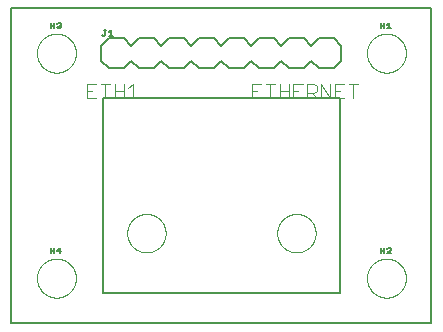
<source format=gto>
G75*
%MOIN*%
%OFA0B0*%
%FSLAX25Y25*%
%IPPOS*%
%LPD*%
%AMOC8*
5,1,8,0,0,1.08239X$1,22.5*
%
%ADD10C,0.00600*%
%ADD11C,0.00000*%
%ADD12C,0.00500*%
%ADD13C,0.00400*%
%ADD14C,0.00800*%
D10*
X0001300Y0001300D02*
X0001300Y0106300D01*
X0141300Y0106300D01*
X0141300Y0001300D01*
X0001300Y0001300D01*
D11*
X0009800Y0016300D02*
X0009802Y0016461D01*
X0009808Y0016621D01*
X0009818Y0016782D01*
X0009832Y0016942D01*
X0009850Y0017102D01*
X0009871Y0017261D01*
X0009897Y0017420D01*
X0009927Y0017578D01*
X0009960Y0017735D01*
X0009998Y0017892D01*
X0010039Y0018047D01*
X0010084Y0018201D01*
X0010133Y0018354D01*
X0010186Y0018506D01*
X0010242Y0018657D01*
X0010303Y0018806D01*
X0010366Y0018954D01*
X0010434Y0019100D01*
X0010505Y0019244D01*
X0010579Y0019386D01*
X0010657Y0019527D01*
X0010739Y0019665D01*
X0010824Y0019802D01*
X0010912Y0019936D01*
X0011004Y0020068D01*
X0011099Y0020198D01*
X0011197Y0020326D01*
X0011298Y0020451D01*
X0011402Y0020573D01*
X0011509Y0020693D01*
X0011619Y0020810D01*
X0011732Y0020925D01*
X0011848Y0021036D01*
X0011967Y0021145D01*
X0012088Y0021250D01*
X0012212Y0021353D01*
X0012338Y0021453D01*
X0012466Y0021549D01*
X0012597Y0021642D01*
X0012731Y0021732D01*
X0012866Y0021819D01*
X0013004Y0021902D01*
X0013143Y0021982D01*
X0013285Y0022058D01*
X0013428Y0022131D01*
X0013573Y0022200D01*
X0013720Y0022266D01*
X0013868Y0022328D01*
X0014018Y0022386D01*
X0014169Y0022441D01*
X0014322Y0022492D01*
X0014476Y0022539D01*
X0014631Y0022582D01*
X0014787Y0022621D01*
X0014943Y0022657D01*
X0015101Y0022688D01*
X0015259Y0022716D01*
X0015418Y0022740D01*
X0015578Y0022760D01*
X0015738Y0022776D01*
X0015898Y0022788D01*
X0016059Y0022796D01*
X0016220Y0022800D01*
X0016380Y0022800D01*
X0016541Y0022796D01*
X0016702Y0022788D01*
X0016862Y0022776D01*
X0017022Y0022760D01*
X0017182Y0022740D01*
X0017341Y0022716D01*
X0017499Y0022688D01*
X0017657Y0022657D01*
X0017813Y0022621D01*
X0017969Y0022582D01*
X0018124Y0022539D01*
X0018278Y0022492D01*
X0018431Y0022441D01*
X0018582Y0022386D01*
X0018732Y0022328D01*
X0018880Y0022266D01*
X0019027Y0022200D01*
X0019172Y0022131D01*
X0019315Y0022058D01*
X0019457Y0021982D01*
X0019596Y0021902D01*
X0019734Y0021819D01*
X0019869Y0021732D01*
X0020003Y0021642D01*
X0020134Y0021549D01*
X0020262Y0021453D01*
X0020388Y0021353D01*
X0020512Y0021250D01*
X0020633Y0021145D01*
X0020752Y0021036D01*
X0020868Y0020925D01*
X0020981Y0020810D01*
X0021091Y0020693D01*
X0021198Y0020573D01*
X0021302Y0020451D01*
X0021403Y0020326D01*
X0021501Y0020198D01*
X0021596Y0020068D01*
X0021688Y0019936D01*
X0021776Y0019802D01*
X0021861Y0019665D01*
X0021943Y0019527D01*
X0022021Y0019386D01*
X0022095Y0019244D01*
X0022166Y0019100D01*
X0022234Y0018954D01*
X0022297Y0018806D01*
X0022358Y0018657D01*
X0022414Y0018506D01*
X0022467Y0018354D01*
X0022516Y0018201D01*
X0022561Y0018047D01*
X0022602Y0017892D01*
X0022640Y0017735D01*
X0022673Y0017578D01*
X0022703Y0017420D01*
X0022729Y0017261D01*
X0022750Y0017102D01*
X0022768Y0016942D01*
X0022782Y0016782D01*
X0022792Y0016621D01*
X0022798Y0016461D01*
X0022800Y0016300D01*
X0022798Y0016139D01*
X0022792Y0015979D01*
X0022782Y0015818D01*
X0022768Y0015658D01*
X0022750Y0015498D01*
X0022729Y0015339D01*
X0022703Y0015180D01*
X0022673Y0015022D01*
X0022640Y0014865D01*
X0022602Y0014708D01*
X0022561Y0014553D01*
X0022516Y0014399D01*
X0022467Y0014246D01*
X0022414Y0014094D01*
X0022358Y0013943D01*
X0022297Y0013794D01*
X0022234Y0013646D01*
X0022166Y0013500D01*
X0022095Y0013356D01*
X0022021Y0013214D01*
X0021943Y0013073D01*
X0021861Y0012935D01*
X0021776Y0012798D01*
X0021688Y0012664D01*
X0021596Y0012532D01*
X0021501Y0012402D01*
X0021403Y0012274D01*
X0021302Y0012149D01*
X0021198Y0012027D01*
X0021091Y0011907D01*
X0020981Y0011790D01*
X0020868Y0011675D01*
X0020752Y0011564D01*
X0020633Y0011455D01*
X0020512Y0011350D01*
X0020388Y0011247D01*
X0020262Y0011147D01*
X0020134Y0011051D01*
X0020003Y0010958D01*
X0019869Y0010868D01*
X0019734Y0010781D01*
X0019596Y0010698D01*
X0019457Y0010618D01*
X0019315Y0010542D01*
X0019172Y0010469D01*
X0019027Y0010400D01*
X0018880Y0010334D01*
X0018732Y0010272D01*
X0018582Y0010214D01*
X0018431Y0010159D01*
X0018278Y0010108D01*
X0018124Y0010061D01*
X0017969Y0010018D01*
X0017813Y0009979D01*
X0017657Y0009943D01*
X0017499Y0009912D01*
X0017341Y0009884D01*
X0017182Y0009860D01*
X0017022Y0009840D01*
X0016862Y0009824D01*
X0016702Y0009812D01*
X0016541Y0009804D01*
X0016380Y0009800D01*
X0016220Y0009800D01*
X0016059Y0009804D01*
X0015898Y0009812D01*
X0015738Y0009824D01*
X0015578Y0009840D01*
X0015418Y0009860D01*
X0015259Y0009884D01*
X0015101Y0009912D01*
X0014943Y0009943D01*
X0014787Y0009979D01*
X0014631Y0010018D01*
X0014476Y0010061D01*
X0014322Y0010108D01*
X0014169Y0010159D01*
X0014018Y0010214D01*
X0013868Y0010272D01*
X0013720Y0010334D01*
X0013573Y0010400D01*
X0013428Y0010469D01*
X0013285Y0010542D01*
X0013143Y0010618D01*
X0013004Y0010698D01*
X0012866Y0010781D01*
X0012731Y0010868D01*
X0012597Y0010958D01*
X0012466Y0011051D01*
X0012338Y0011147D01*
X0012212Y0011247D01*
X0012088Y0011350D01*
X0011967Y0011455D01*
X0011848Y0011564D01*
X0011732Y0011675D01*
X0011619Y0011790D01*
X0011509Y0011907D01*
X0011402Y0012027D01*
X0011298Y0012149D01*
X0011197Y0012274D01*
X0011099Y0012402D01*
X0011004Y0012532D01*
X0010912Y0012664D01*
X0010824Y0012798D01*
X0010739Y0012935D01*
X0010657Y0013073D01*
X0010579Y0013214D01*
X0010505Y0013356D01*
X0010434Y0013500D01*
X0010366Y0013646D01*
X0010303Y0013794D01*
X0010242Y0013943D01*
X0010186Y0014094D01*
X0010133Y0014246D01*
X0010084Y0014399D01*
X0010039Y0014553D01*
X0009998Y0014708D01*
X0009960Y0014865D01*
X0009927Y0015022D01*
X0009897Y0015180D01*
X0009871Y0015339D01*
X0009850Y0015498D01*
X0009832Y0015658D01*
X0009818Y0015818D01*
X0009808Y0015979D01*
X0009802Y0016139D01*
X0009800Y0016300D01*
X0039902Y0031300D02*
X0039904Y0031460D01*
X0039910Y0031619D01*
X0039920Y0031778D01*
X0039934Y0031937D01*
X0039952Y0032096D01*
X0039973Y0032254D01*
X0039999Y0032411D01*
X0040029Y0032568D01*
X0040062Y0032724D01*
X0040100Y0032879D01*
X0040141Y0033033D01*
X0040186Y0033186D01*
X0040235Y0033338D01*
X0040288Y0033488D01*
X0040344Y0033637D01*
X0040404Y0033785D01*
X0040468Y0033931D01*
X0040536Y0034076D01*
X0040607Y0034219D01*
X0040681Y0034360D01*
X0040759Y0034499D01*
X0040841Y0034636D01*
X0040926Y0034771D01*
X0041014Y0034904D01*
X0041105Y0035035D01*
X0041200Y0035163D01*
X0041298Y0035289D01*
X0041399Y0035413D01*
X0041503Y0035533D01*
X0041610Y0035652D01*
X0041720Y0035767D01*
X0041833Y0035880D01*
X0041948Y0035990D01*
X0042067Y0036097D01*
X0042187Y0036201D01*
X0042311Y0036302D01*
X0042437Y0036400D01*
X0042565Y0036495D01*
X0042696Y0036586D01*
X0042829Y0036674D01*
X0042964Y0036759D01*
X0043101Y0036841D01*
X0043240Y0036919D01*
X0043381Y0036993D01*
X0043524Y0037064D01*
X0043669Y0037132D01*
X0043815Y0037196D01*
X0043963Y0037256D01*
X0044112Y0037312D01*
X0044262Y0037365D01*
X0044414Y0037414D01*
X0044567Y0037459D01*
X0044721Y0037500D01*
X0044876Y0037538D01*
X0045032Y0037571D01*
X0045189Y0037601D01*
X0045346Y0037627D01*
X0045504Y0037648D01*
X0045663Y0037666D01*
X0045822Y0037680D01*
X0045981Y0037690D01*
X0046140Y0037696D01*
X0046300Y0037698D01*
X0046460Y0037696D01*
X0046619Y0037690D01*
X0046778Y0037680D01*
X0046937Y0037666D01*
X0047096Y0037648D01*
X0047254Y0037627D01*
X0047411Y0037601D01*
X0047568Y0037571D01*
X0047724Y0037538D01*
X0047879Y0037500D01*
X0048033Y0037459D01*
X0048186Y0037414D01*
X0048338Y0037365D01*
X0048488Y0037312D01*
X0048637Y0037256D01*
X0048785Y0037196D01*
X0048931Y0037132D01*
X0049076Y0037064D01*
X0049219Y0036993D01*
X0049360Y0036919D01*
X0049499Y0036841D01*
X0049636Y0036759D01*
X0049771Y0036674D01*
X0049904Y0036586D01*
X0050035Y0036495D01*
X0050163Y0036400D01*
X0050289Y0036302D01*
X0050413Y0036201D01*
X0050533Y0036097D01*
X0050652Y0035990D01*
X0050767Y0035880D01*
X0050880Y0035767D01*
X0050990Y0035652D01*
X0051097Y0035533D01*
X0051201Y0035413D01*
X0051302Y0035289D01*
X0051400Y0035163D01*
X0051495Y0035035D01*
X0051586Y0034904D01*
X0051674Y0034771D01*
X0051759Y0034636D01*
X0051841Y0034499D01*
X0051919Y0034360D01*
X0051993Y0034219D01*
X0052064Y0034076D01*
X0052132Y0033931D01*
X0052196Y0033785D01*
X0052256Y0033637D01*
X0052312Y0033488D01*
X0052365Y0033338D01*
X0052414Y0033186D01*
X0052459Y0033033D01*
X0052500Y0032879D01*
X0052538Y0032724D01*
X0052571Y0032568D01*
X0052601Y0032411D01*
X0052627Y0032254D01*
X0052648Y0032096D01*
X0052666Y0031937D01*
X0052680Y0031778D01*
X0052690Y0031619D01*
X0052696Y0031460D01*
X0052698Y0031300D01*
X0052696Y0031140D01*
X0052690Y0030981D01*
X0052680Y0030822D01*
X0052666Y0030663D01*
X0052648Y0030504D01*
X0052627Y0030346D01*
X0052601Y0030189D01*
X0052571Y0030032D01*
X0052538Y0029876D01*
X0052500Y0029721D01*
X0052459Y0029567D01*
X0052414Y0029414D01*
X0052365Y0029262D01*
X0052312Y0029112D01*
X0052256Y0028963D01*
X0052196Y0028815D01*
X0052132Y0028669D01*
X0052064Y0028524D01*
X0051993Y0028381D01*
X0051919Y0028240D01*
X0051841Y0028101D01*
X0051759Y0027964D01*
X0051674Y0027829D01*
X0051586Y0027696D01*
X0051495Y0027565D01*
X0051400Y0027437D01*
X0051302Y0027311D01*
X0051201Y0027187D01*
X0051097Y0027067D01*
X0050990Y0026948D01*
X0050880Y0026833D01*
X0050767Y0026720D01*
X0050652Y0026610D01*
X0050533Y0026503D01*
X0050413Y0026399D01*
X0050289Y0026298D01*
X0050163Y0026200D01*
X0050035Y0026105D01*
X0049904Y0026014D01*
X0049771Y0025926D01*
X0049636Y0025841D01*
X0049499Y0025759D01*
X0049360Y0025681D01*
X0049219Y0025607D01*
X0049076Y0025536D01*
X0048931Y0025468D01*
X0048785Y0025404D01*
X0048637Y0025344D01*
X0048488Y0025288D01*
X0048338Y0025235D01*
X0048186Y0025186D01*
X0048033Y0025141D01*
X0047879Y0025100D01*
X0047724Y0025062D01*
X0047568Y0025029D01*
X0047411Y0024999D01*
X0047254Y0024973D01*
X0047096Y0024952D01*
X0046937Y0024934D01*
X0046778Y0024920D01*
X0046619Y0024910D01*
X0046460Y0024904D01*
X0046300Y0024902D01*
X0046140Y0024904D01*
X0045981Y0024910D01*
X0045822Y0024920D01*
X0045663Y0024934D01*
X0045504Y0024952D01*
X0045346Y0024973D01*
X0045189Y0024999D01*
X0045032Y0025029D01*
X0044876Y0025062D01*
X0044721Y0025100D01*
X0044567Y0025141D01*
X0044414Y0025186D01*
X0044262Y0025235D01*
X0044112Y0025288D01*
X0043963Y0025344D01*
X0043815Y0025404D01*
X0043669Y0025468D01*
X0043524Y0025536D01*
X0043381Y0025607D01*
X0043240Y0025681D01*
X0043101Y0025759D01*
X0042964Y0025841D01*
X0042829Y0025926D01*
X0042696Y0026014D01*
X0042565Y0026105D01*
X0042437Y0026200D01*
X0042311Y0026298D01*
X0042187Y0026399D01*
X0042067Y0026503D01*
X0041948Y0026610D01*
X0041833Y0026720D01*
X0041720Y0026833D01*
X0041610Y0026948D01*
X0041503Y0027067D01*
X0041399Y0027187D01*
X0041298Y0027311D01*
X0041200Y0027437D01*
X0041105Y0027565D01*
X0041014Y0027696D01*
X0040926Y0027829D01*
X0040841Y0027964D01*
X0040759Y0028101D01*
X0040681Y0028240D01*
X0040607Y0028381D01*
X0040536Y0028524D01*
X0040468Y0028669D01*
X0040404Y0028815D01*
X0040344Y0028963D01*
X0040288Y0029112D01*
X0040235Y0029262D01*
X0040186Y0029414D01*
X0040141Y0029567D01*
X0040100Y0029721D01*
X0040062Y0029876D01*
X0040029Y0030032D01*
X0039999Y0030189D01*
X0039973Y0030346D01*
X0039952Y0030504D01*
X0039934Y0030663D01*
X0039920Y0030822D01*
X0039910Y0030981D01*
X0039904Y0031140D01*
X0039902Y0031300D01*
X0089902Y0031300D02*
X0089904Y0031460D01*
X0089910Y0031619D01*
X0089920Y0031778D01*
X0089934Y0031937D01*
X0089952Y0032096D01*
X0089973Y0032254D01*
X0089999Y0032411D01*
X0090029Y0032568D01*
X0090062Y0032724D01*
X0090100Y0032879D01*
X0090141Y0033033D01*
X0090186Y0033186D01*
X0090235Y0033338D01*
X0090288Y0033488D01*
X0090344Y0033637D01*
X0090404Y0033785D01*
X0090468Y0033931D01*
X0090536Y0034076D01*
X0090607Y0034219D01*
X0090681Y0034360D01*
X0090759Y0034499D01*
X0090841Y0034636D01*
X0090926Y0034771D01*
X0091014Y0034904D01*
X0091105Y0035035D01*
X0091200Y0035163D01*
X0091298Y0035289D01*
X0091399Y0035413D01*
X0091503Y0035533D01*
X0091610Y0035652D01*
X0091720Y0035767D01*
X0091833Y0035880D01*
X0091948Y0035990D01*
X0092067Y0036097D01*
X0092187Y0036201D01*
X0092311Y0036302D01*
X0092437Y0036400D01*
X0092565Y0036495D01*
X0092696Y0036586D01*
X0092829Y0036674D01*
X0092964Y0036759D01*
X0093101Y0036841D01*
X0093240Y0036919D01*
X0093381Y0036993D01*
X0093524Y0037064D01*
X0093669Y0037132D01*
X0093815Y0037196D01*
X0093963Y0037256D01*
X0094112Y0037312D01*
X0094262Y0037365D01*
X0094414Y0037414D01*
X0094567Y0037459D01*
X0094721Y0037500D01*
X0094876Y0037538D01*
X0095032Y0037571D01*
X0095189Y0037601D01*
X0095346Y0037627D01*
X0095504Y0037648D01*
X0095663Y0037666D01*
X0095822Y0037680D01*
X0095981Y0037690D01*
X0096140Y0037696D01*
X0096300Y0037698D01*
X0096460Y0037696D01*
X0096619Y0037690D01*
X0096778Y0037680D01*
X0096937Y0037666D01*
X0097096Y0037648D01*
X0097254Y0037627D01*
X0097411Y0037601D01*
X0097568Y0037571D01*
X0097724Y0037538D01*
X0097879Y0037500D01*
X0098033Y0037459D01*
X0098186Y0037414D01*
X0098338Y0037365D01*
X0098488Y0037312D01*
X0098637Y0037256D01*
X0098785Y0037196D01*
X0098931Y0037132D01*
X0099076Y0037064D01*
X0099219Y0036993D01*
X0099360Y0036919D01*
X0099499Y0036841D01*
X0099636Y0036759D01*
X0099771Y0036674D01*
X0099904Y0036586D01*
X0100035Y0036495D01*
X0100163Y0036400D01*
X0100289Y0036302D01*
X0100413Y0036201D01*
X0100533Y0036097D01*
X0100652Y0035990D01*
X0100767Y0035880D01*
X0100880Y0035767D01*
X0100990Y0035652D01*
X0101097Y0035533D01*
X0101201Y0035413D01*
X0101302Y0035289D01*
X0101400Y0035163D01*
X0101495Y0035035D01*
X0101586Y0034904D01*
X0101674Y0034771D01*
X0101759Y0034636D01*
X0101841Y0034499D01*
X0101919Y0034360D01*
X0101993Y0034219D01*
X0102064Y0034076D01*
X0102132Y0033931D01*
X0102196Y0033785D01*
X0102256Y0033637D01*
X0102312Y0033488D01*
X0102365Y0033338D01*
X0102414Y0033186D01*
X0102459Y0033033D01*
X0102500Y0032879D01*
X0102538Y0032724D01*
X0102571Y0032568D01*
X0102601Y0032411D01*
X0102627Y0032254D01*
X0102648Y0032096D01*
X0102666Y0031937D01*
X0102680Y0031778D01*
X0102690Y0031619D01*
X0102696Y0031460D01*
X0102698Y0031300D01*
X0102696Y0031140D01*
X0102690Y0030981D01*
X0102680Y0030822D01*
X0102666Y0030663D01*
X0102648Y0030504D01*
X0102627Y0030346D01*
X0102601Y0030189D01*
X0102571Y0030032D01*
X0102538Y0029876D01*
X0102500Y0029721D01*
X0102459Y0029567D01*
X0102414Y0029414D01*
X0102365Y0029262D01*
X0102312Y0029112D01*
X0102256Y0028963D01*
X0102196Y0028815D01*
X0102132Y0028669D01*
X0102064Y0028524D01*
X0101993Y0028381D01*
X0101919Y0028240D01*
X0101841Y0028101D01*
X0101759Y0027964D01*
X0101674Y0027829D01*
X0101586Y0027696D01*
X0101495Y0027565D01*
X0101400Y0027437D01*
X0101302Y0027311D01*
X0101201Y0027187D01*
X0101097Y0027067D01*
X0100990Y0026948D01*
X0100880Y0026833D01*
X0100767Y0026720D01*
X0100652Y0026610D01*
X0100533Y0026503D01*
X0100413Y0026399D01*
X0100289Y0026298D01*
X0100163Y0026200D01*
X0100035Y0026105D01*
X0099904Y0026014D01*
X0099771Y0025926D01*
X0099636Y0025841D01*
X0099499Y0025759D01*
X0099360Y0025681D01*
X0099219Y0025607D01*
X0099076Y0025536D01*
X0098931Y0025468D01*
X0098785Y0025404D01*
X0098637Y0025344D01*
X0098488Y0025288D01*
X0098338Y0025235D01*
X0098186Y0025186D01*
X0098033Y0025141D01*
X0097879Y0025100D01*
X0097724Y0025062D01*
X0097568Y0025029D01*
X0097411Y0024999D01*
X0097254Y0024973D01*
X0097096Y0024952D01*
X0096937Y0024934D01*
X0096778Y0024920D01*
X0096619Y0024910D01*
X0096460Y0024904D01*
X0096300Y0024902D01*
X0096140Y0024904D01*
X0095981Y0024910D01*
X0095822Y0024920D01*
X0095663Y0024934D01*
X0095504Y0024952D01*
X0095346Y0024973D01*
X0095189Y0024999D01*
X0095032Y0025029D01*
X0094876Y0025062D01*
X0094721Y0025100D01*
X0094567Y0025141D01*
X0094414Y0025186D01*
X0094262Y0025235D01*
X0094112Y0025288D01*
X0093963Y0025344D01*
X0093815Y0025404D01*
X0093669Y0025468D01*
X0093524Y0025536D01*
X0093381Y0025607D01*
X0093240Y0025681D01*
X0093101Y0025759D01*
X0092964Y0025841D01*
X0092829Y0025926D01*
X0092696Y0026014D01*
X0092565Y0026105D01*
X0092437Y0026200D01*
X0092311Y0026298D01*
X0092187Y0026399D01*
X0092067Y0026503D01*
X0091948Y0026610D01*
X0091833Y0026720D01*
X0091720Y0026833D01*
X0091610Y0026948D01*
X0091503Y0027067D01*
X0091399Y0027187D01*
X0091298Y0027311D01*
X0091200Y0027437D01*
X0091105Y0027565D01*
X0091014Y0027696D01*
X0090926Y0027829D01*
X0090841Y0027964D01*
X0090759Y0028101D01*
X0090681Y0028240D01*
X0090607Y0028381D01*
X0090536Y0028524D01*
X0090468Y0028669D01*
X0090404Y0028815D01*
X0090344Y0028963D01*
X0090288Y0029112D01*
X0090235Y0029262D01*
X0090186Y0029414D01*
X0090141Y0029567D01*
X0090100Y0029721D01*
X0090062Y0029876D01*
X0090029Y0030032D01*
X0089999Y0030189D01*
X0089973Y0030346D01*
X0089952Y0030504D01*
X0089934Y0030663D01*
X0089920Y0030822D01*
X0089910Y0030981D01*
X0089904Y0031140D01*
X0089902Y0031300D01*
X0119800Y0016300D02*
X0119802Y0016461D01*
X0119808Y0016621D01*
X0119818Y0016782D01*
X0119832Y0016942D01*
X0119850Y0017102D01*
X0119871Y0017261D01*
X0119897Y0017420D01*
X0119927Y0017578D01*
X0119960Y0017735D01*
X0119998Y0017892D01*
X0120039Y0018047D01*
X0120084Y0018201D01*
X0120133Y0018354D01*
X0120186Y0018506D01*
X0120242Y0018657D01*
X0120303Y0018806D01*
X0120366Y0018954D01*
X0120434Y0019100D01*
X0120505Y0019244D01*
X0120579Y0019386D01*
X0120657Y0019527D01*
X0120739Y0019665D01*
X0120824Y0019802D01*
X0120912Y0019936D01*
X0121004Y0020068D01*
X0121099Y0020198D01*
X0121197Y0020326D01*
X0121298Y0020451D01*
X0121402Y0020573D01*
X0121509Y0020693D01*
X0121619Y0020810D01*
X0121732Y0020925D01*
X0121848Y0021036D01*
X0121967Y0021145D01*
X0122088Y0021250D01*
X0122212Y0021353D01*
X0122338Y0021453D01*
X0122466Y0021549D01*
X0122597Y0021642D01*
X0122731Y0021732D01*
X0122866Y0021819D01*
X0123004Y0021902D01*
X0123143Y0021982D01*
X0123285Y0022058D01*
X0123428Y0022131D01*
X0123573Y0022200D01*
X0123720Y0022266D01*
X0123868Y0022328D01*
X0124018Y0022386D01*
X0124169Y0022441D01*
X0124322Y0022492D01*
X0124476Y0022539D01*
X0124631Y0022582D01*
X0124787Y0022621D01*
X0124943Y0022657D01*
X0125101Y0022688D01*
X0125259Y0022716D01*
X0125418Y0022740D01*
X0125578Y0022760D01*
X0125738Y0022776D01*
X0125898Y0022788D01*
X0126059Y0022796D01*
X0126220Y0022800D01*
X0126380Y0022800D01*
X0126541Y0022796D01*
X0126702Y0022788D01*
X0126862Y0022776D01*
X0127022Y0022760D01*
X0127182Y0022740D01*
X0127341Y0022716D01*
X0127499Y0022688D01*
X0127657Y0022657D01*
X0127813Y0022621D01*
X0127969Y0022582D01*
X0128124Y0022539D01*
X0128278Y0022492D01*
X0128431Y0022441D01*
X0128582Y0022386D01*
X0128732Y0022328D01*
X0128880Y0022266D01*
X0129027Y0022200D01*
X0129172Y0022131D01*
X0129315Y0022058D01*
X0129457Y0021982D01*
X0129596Y0021902D01*
X0129734Y0021819D01*
X0129869Y0021732D01*
X0130003Y0021642D01*
X0130134Y0021549D01*
X0130262Y0021453D01*
X0130388Y0021353D01*
X0130512Y0021250D01*
X0130633Y0021145D01*
X0130752Y0021036D01*
X0130868Y0020925D01*
X0130981Y0020810D01*
X0131091Y0020693D01*
X0131198Y0020573D01*
X0131302Y0020451D01*
X0131403Y0020326D01*
X0131501Y0020198D01*
X0131596Y0020068D01*
X0131688Y0019936D01*
X0131776Y0019802D01*
X0131861Y0019665D01*
X0131943Y0019527D01*
X0132021Y0019386D01*
X0132095Y0019244D01*
X0132166Y0019100D01*
X0132234Y0018954D01*
X0132297Y0018806D01*
X0132358Y0018657D01*
X0132414Y0018506D01*
X0132467Y0018354D01*
X0132516Y0018201D01*
X0132561Y0018047D01*
X0132602Y0017892D01*
X0132640Y0017735D01*
X0132673Y0017578D01*
X0132703Y0017420D01*
X0132729Y0017261D01*
X0132750Y0017102D01*
X0132768Y0016942D01*
X0132782Y0016782D01*
X0132792Y0016621D01*
X0132798Y0016461D01*
X0132800Y0016300D01*
X0132798Y0016139D01*
X0132792Y0015979D01*
X0132782Y0015818D01*
X0132768Y0015658D01*
X0132750Y0015498D01*
X0132729Y0015339D01*
X0132703Y0015180D01*
X0132673Y0015022D01*
X0132640Y0014865D01*
X0132602Y0014708D01*
X0132561Y0014553D01*
X0132516Y0014399D01*
X0132467Y0014246D01*
X0132414Y0014094D01*
X0132358Y0013943D01*
X0132297Y0013794D01*
X0132234Y0013646D01*
X0132166Y0013500D01*
X0132095Y0013356D01*
X0132021Y0013214D01*
X0131943Y0013073D01*
X0131861Y0012935D01*
X0131776Y0012798D01*
X0131688Y0012664D01*
X0131596Y0012532D01*
X0131501Y0012402D01*
X0131403Y0012274D01*
X0131302Y0012149D01*
X0131198Y0012027D01*
X0131091Y0011907D01*
X0130981Y0011790D01*
X0130868Y0011675D01*
X0130752Y0011564D01*
X0130633Y0011455D01*
X0130512Y0011350D01*
X0130388Y0011247D01*
X0130262Y0011147D01*
X0130134Y0011051D01*
X0130003Y0010958D01*
X0129869Y0010868D01*
X0129734Y0010781D01*
X0129596Y0010698D01*
X0129457Y0010618D01*
X0129315Y0010542D01*
X0129172Y0010469D01*
X0129027Y0010400D01*
X0128880Y0010334D01*
X0128732Y0010272D01*
X0128582Y0010214D01*
X0128431Y0010159D01*
X0128278Y0010108D01*
X0128124Y0010061D01*
X0127969Y0010018D01*
X0127813Y0009979D01*
X0127657Y0009943D01*
X0127499Y0009912D01*
X0127341Y0009884D01*
X0127182Y0009860D01*
X0127022Y0009840D01*
X0126862Y0009824D01*
X0126702Y0009812D01*
X0126541Y0009804D01*
X0126380Y0009800D01*
X0126220Y0009800D01*
X0126059Y0009804D01*
X0125898Y0009812D01*
X0125738Y0009824D01*
X0125578Y0009840D01*
X0125418Y0009860D01*
X0125259Y0009884D01*
X0125101Y0009912D01*
X0124943Y0009943D01*
X0124787Y0009979D01*
X0124631Y0010018D01*
X0124476Y0010061D01*
X0124322Y0010108D01*
X0124169Y0010159D01*
X0124018Y0010214D01*
X0123868Y0010272D01*
X0123720Y0010334D01*
X0123573Y0010400D01*
X0123428Y0010469D01*
X0123285Y0010542D01*
X0123143Y0010618D01*
X0123004Y0010698D01*
X0122866Y0010781D01*
X0122731Y0010868D01*
X0122597Y0010958D01*
X0122466Y0011051D01*
X0122338Y0011147D01*
X0122212Y0011247D01*
X0122088Y0011350D01*
X0121967Y0011455D01*
X0121848Y0011564D01*
X0121732Y0011675D01*
X0121619Y0011790D01*
X0121509Y0011907D01*
X0121402Y0012027D01*
X0121298Y0012149D01*
X0121197Y0012274D01*
X0121099Y0012402D01*
X0121004Y0012532D01*
X0120912Y0012664D01*
X0120824Y0012798D01*
X0120739Y0012935D01*
X0120657Y0013073D01*
X0120579Y0013214D01*
X0120505Y0013356D01*
X0120434Y0013500D01*
X0120366Y0013646D01*
X0120303Y0013794D01*
X0120242Y0013943D01*
X0120186Y0014094D01*
X0120133Y0014246D01*
X0120084Y0014399D01*
X0120039Y0014553D01*
X0119998Y0014708D01*
X0119960Y0014865D01*
X0119927Y0015022D01*
X0119897Y0015180D01*
X0119871Y0015339D01*
X0119850Y0015498D01*
X0119832Y0015658D01*
X0119818Y0015818D01*
X0119808Y0015979D01*
X0119802Y0016139D01*
X0119800Y0016300D01*
X0119800Y0091300D02*
X0119802Y0091461D01*
X0119808Y0091621D01*
X0119818Y0091782D01*
X0119832Y0091942D01*
X0119850Y0092102D01*
X0119871Y0092261D01*
X0119897Y0092420D01*
X0119927Y0092578D01*
X0119960Y0092735D01*
X0119998Y0092892D01*
X0120039Y0093047D01*
X0120084Y0093201D01*
X0120133Y0093354D01*
X0120186Y0093506D01*
X0120242Y0093657D01*
X0120303Y0093806D01*
X0120366Y0093954D01*
X0120434Y0094100D01*
X0120505Y0094244D01*
X0120579Y0094386D01*
X0120657Y0094527D01*
X0120739Y0094665D01*
X0120824Y0094802D01*
X0120912Y0094936D01*
X0121004Y0095068D01*
X0121099Y0095198D01*
X0121197Y0095326D01*
X0121298Y0095451D01*
X0121402Y0095573D01*
X0121509Y0095693D01*
X0121619Y0095810D01*
X0121732Y0095925D01*
X0121848Y0096036D01*
X0121967Y0096145D01*
X0122088Y0096250D01*
X0122212Y0096353D01*
X0122338Y0096453D01*
X0122466Y0096549D01*
X0122597Y0096642D01*
X0122731Y0096732D01*
X0122866Y0096819D01*
X0123004Y0096902D01*
X0123143Y0096982D01*
X0123285Y0097058D01*
X0123428Y0097131D01*
X0123573Y0097200D01*
X0123720Y0097266D01*
X0123868Y0097328D01*
X0124018Y0097386D01*
X0124169Y0097441D01*
X0124322Y0097492D01*
X0124476Y0097539D01*
X0124631Y0097582D01*
X0124787Y0097621D01*
X0124943Y0097657D01*
X0125101Y0097688D01*
X0125259Y0097716D01*
X0125418Y0097740D01*
X0125578Y0097760D01*
X0125738Y0097776D01*
X0125898Y0097788D01*
X0126059Y0097796D01*
X0126220Y0097800D01*
X0126380Y0097800D01*
X0126541Y0097796D01*
X0126702Y0097788D01*
X0126862Y0097776D01*
X0127022Y0097760D01*
X0127182Y0097740D01*
X0127341Y0097716D01*
X0127499Y0097688D01*
X0127657Y0097657D01*
X0127813Y0097621D01*
X0127969Y0097582D01*
X0128124Y0097539D01*
X0128278Y0097492D01*
X0128431Y0097441D01*
X0128582Y0097386D01*
X0128732Y0097328D01*
X0128880Y0097266D01*
X0129027Y0097200D01*
X0129172Y0097131D01*
X0129315Y0097058D01*
X0129457Y0096982D01*
X0129596Y0096902D01*
X0129734Y0096819D01*
X0129869Y0096732D01*
X0130003Y0096642D01*
X0130134Y0096549D01*
X0130262Y0096453D01*
X0130388Y0096353D01*
X0130512Y0096250D01*
X0130633Y0096145D01*
X0130752Y0096036D01*
X0130868Y0095925D01*
X0130981Y0095810D01*
X0131091Y0095693D01*
X0131198Y0095573D01*
X0131302Y0095451D01*
X0131403Y0095326D01*
X0131501Y0095198D01*
X0131596Y0095068D01*
X0131688Y0094936D01*
X0131776Y0094802D01*
X0131861Y0094665D01*
X0131943Y0094527D01*
X0132021Y0094386D01*
X0132095Y0094244D01*
X0132166Y0094100D01*
X0132234Y0093954D01*
X0132297Y0093806D01*
X0132358Y0093657D01*
X0132414Y0093506D01*
X0132467Y0093354D01*
X0132516Y0093201D01*
X0132561Y0093047D01*
X0132602Y0092892D01*
X0132640Y0092735D01*
X0132673Y0092578D01*
X0132703Y0092420D01*
X0132729Y0092261D01*
X0132750Y0092102D01*
X0132768Y0091942D01*
X0132782Y0091782D01*
X0132792Y0091621D01*
X0132798Y0091461D01*
X0132800Y0091300D01*
X0132798Y0091139D01*
X0132792Y0090979D01*
X0132782Y0090818D01*
X0132768Y0090658D01*
X0132750Y0090498D01*
X0132729Y0090339D01*
X0132703Y0090180D01*
X0132673Y0090022D01*
X0132640Y0089865D01*
X0132602Y0089708D01*
X0132561Y0089553D01*
X0132516Y0089399D01*
X0132467Y0089246D01*
X0132414Y0089094D01*
X0132358Y0088943D01*
X0132297Y0088794D01*
X0132234Y0088646D01*
X0132166Y0088500D01*
X0132095Y0088356D01*
X0132021Y0088214D01*
X0131943Y0088073D01*
X0131861Y0087935D01*
X0131776Y0087798D01*
X0131688Y0087664D01*
X0131596Y0087532D01*
X0131501Y0087402D01*
X0131403Y0087274D01*
X0131302Y0087149D01*
X0131198Y0087027D01*
X0131091Y0086907D01*
X0130981Y0086790D01*
X0130868Y0086675D01*
X0130752Y0086564D01*
X0130633Y0086455D01*
X0130512Y0086350D01*
X0130388Y0086247D01*
X0130262Y0086147D01*
X0130134Y0086051D01*
X0130003Y0085958D01*
X0129869Y0085868D01*
X0129734Y0085781D01*
X0129596Y0085698D01*
X0129457Y0085618D01*
X0129315Y0085542D01*
X0129172Y0085469D01*
X0129027Y0085400D01*
X0128880Y0085334D01*
X0128732Y0085272D01*
X0128582Y0085214D01*
X0128431Y0085159D01*
X0128278Y0085108D01*
X0128124Y0085061D01*
X0127969Y0085018D01*
X0127813Y0084979D01*
X0127657Y0084943D01*
X0127499Y0084912D01*
X0127341Y0084884D01*
X0127182Y0084860D01*
X0127022Y0084840D01*
X0126862Y0084824D01*
X0126702Y0084812D01*
X0126541Y0084804D01*
X0126380Y0084800D01*
X0126220Y0084800D01*
X0126059Y0084804D01*
X0125898Y0084812D01*
X0125738Y0084824D01*
X0125578Y0084840D01*
X0125418Y0084860D01*
X0125259Y0084884D01*
X0125101Y0084912D01*
X0124943Y0084943D01*
X0124787Y0084979D01*
X0124631Y0085018D01*
X0124476Y0085061D01*
X0124322Y0085108D01*
X0124169Y0085159D01*
X0124018Y0085214D01*
X0123868Y0085272D01*
X0123720Y0085334D01*
X0123573Y0085400D01*
X0123428Y0085469D01*
X0123285Y0085542D01*
X0123143Y0085618D01*
X0123004Y0085698D01*
X0122866Y0085781D01*
X0122731Y0085868D01*
X0122597Y0085958D01*
X0122466Y0086051D01*
X0122338Y0086147D01*
X0122212Y0086247D01*
X0122088Y0086350D01*
X0121967Y0086455D01*
X0121848Y0086564D01*
X0121732Y0086675D01*
X0121619Y0086790D01*
X0121509Y0086907D01*
X0121402Y0087027D01*
X0121298Y0087149D01*
X0121197Y0087274D01*
X0121099Y0087402D01*
X0121004Y0087532D01*
X0120912Y0087664D01*
X0120824Y0087798D01*
X0120739Y0087935D01*
X0120657Y0088073D01*
X0120579Y0088214D01*
X0120505Y0088356D01*
X0120434Y0088500D01*
X0120366Y0088646D01*
X0120303Y0088794D01*
X0120242Y0088943D01*
X0120186Y0089094D01*
X0120133Y0089246D01*
X0120084Y0089399D01*
X0120039Y0089553D01*
X0119998Y0089708D01*
X0119960Y0089865D01*
X0119927Y0090022D01*
X0119897Y0090180D01*
X0119871Y0090339D01*
X0119850Y0090498D01*
X0119832Y0090658D01*
X0119818Y0090818D01*
X0119808Y0090979D01*
X0119802Y0091139D01*
X0119800Y0091300D01*
X0009800Y0091300D02*
X0009802Y0091461D01*
X0009808Y0091621D01*
X0009818Y0091782D01*
X0009832Y0091942D01*
X0009850Y0092102D01*
X0009871Y0092261D01*
X0009897Y0092420D01*
X0009927Y0092578D01*
X0009960Y0092735D01*
X0009998Y0092892D01*
X0010039Y0093047D01*
X0010084Y0093201D01*
X0010133Y0093354D01*
X0010186Y0093506D01*
X0010242Y0093657D01*
X0010303Y0093806D01*
X0010366Y0093954D01*
X0010434Y0094100D01*
X0010505Y0094244D01*
X0010579Y0094386D01*
X0010657Y0094527D01*
X0010739Y0094665D01*
X0010824Y0094802D01*
X0010912Y0094936D01*
X0011004Y0095068D01*
X0011099Y0095198D01*
X0011197Y0095326D01*
X0011298Y0095451D01*
X0011402Y0095573D01*
X0011509Y0095693D01*
X0011619Y0095810D01*
X0011732Y0095925D01*
X0011848Y0096036D01*
X0011967Y0096145D01*
X0012088Y0096250D01*
X0012212Y0096353D01*
X0012338Y0096453D01*
X0012466Y0096549D01*
X0012597Y0096642D01*
X0012731Y0096732D01*
X0012866Y0096819D01*
X0013004Y0096902D01*
X0013143Y0096982D01*
X0013285Y0097058D01*
X0013428Y0097131D01*
X0013573Y0097200D01*
X0013720Y0097266D01*
X0013868Y0097328D01*
X0014018Y0097386D01*
X0014169Y0097441D01*
X0014322Y0097492D01*
X0014476Y0097539D01*
X0014631Y0097582D01*
X0014787Y0097621D01*
X0014943Y0097657D01*
X0015101Y0097688D01*
X0015259Y0097716D01*
X0015418Y0097740D01*
X0015578Y0097760D01*
X0015738Y0097776D01*
X0015898Y0097788D01*
X0016059Y0097796D01*
X0016220Y0097800D01*
X0016380Y0097800D01*
X0016541Y0097796D01*
X0016702Y0097788D01*
X0016862Y0097776D01*
X0017022Y0097760D01*
X0017182Y0097740D01*
X0017341Y0097716D01*
X0017499Y0097688D01*
X0017657Y0097657D01*
X0017813Y0097621D01*
X0017969Y0097582D01*
X0018124Y0097539D01*
X0018278Y0097492D01*
X0018431Y0097441D01*
X0018582Y0097386D01*
X0018732Y0097328D01*
X0018880Y0097266D01*
X0019027Y0097200D01*
X0019172Y0097131D01*
X0019315Y0097058D01*
X0019457Y0096982D01*
X0019596Y0096902D01*
X0019734Y0096819D01*
X0019869Y0096732D01*
X0020003Y0096642D01*
X0020134Y0096549D01*
X0020262Y0096453D01*
X0020388Y0096353D01*
X0020512Y0096250D01*
X0020633Y0096145D01*
X0020752Y0096036D01*
X0020868Y0095925D01*
X0020981Y0095810D01*
X0021091Y0095693D01*
X0021198Y0095573D01*
X0021302Y0095451D01*
X0021403Y0095326D01*
X0021501Y0095198D01*
X0021596Y0095068D01*
X0021688Y0094936D01*
X0021776Y0094802D01*
X0021861Y0094665D01*
X0021943Y0094527D01*
X0022021Y0094386D01*
X0022095Y0094244D01*
X0022166Y0094100D01*
X0022234Y0093954D01*
X0022297Y0093806D01*
X0022358Y0093657D01*
X0022414Y0093506D01*
X0022467Y0093354D01*
X0022516Y0093201D01*
X0022561Y0093047D01*
X0022602Y0092892D01*
X0022640Y0092735D01*
X0022673Y0092578D01*
X0022703Y0092420D01*
X0022729Y0092261D01*
X0022750Y0092102D01*
X0022768Y0091942D01*
X0022782Y0091782D01*
X0022792Y0091621D01*
X0022798Y0091461D01*
X0022800Y0091300D01*
X0022798Y0091139D01*
X0022792Y0090979D01*
X0022782Y0090818D01*
X0022768Y0090658D01*
X0022750Y0090498D01*
X0022729Y0090339D01*
X0022703Y0090180D01*
X0022673Y0090022D01*
X0022640Y0089865D01*
X0022602Y0089708D01*
X0022561Y0089553D01*
X0022516Y0089399D01*
X0022467Y0089246D01*
X0022414Y0089094D01*
X0022358Y0088943D01*
X0022297Y0088794D01*
X0022234Y0088646D01*
X0022166Y0088500D01*
X0022095Y0088356D01*
X0022021Y0088214D01*
X0021943Y0088073D01*
X0021861Y0087935D01*
X0021776Y0087798D01*
X0021688Y0087664D01*
X0021596Y0087532D01*
X0021501Y0087402D01*
X0021403Y0087274D01*
X0021302Y0087149D01*
X0021198Y0087027D01*
X0021091Y0086907D01*
X0020981Y0086790D01*
X0020868Y0086675D01*
X0020752Y0086564D01*
X0020633Y0086455D01*
X0020512Y0086350D01*
X0020388Y0086247D01*
X0020262Y0086147D01*
X0020134Y0086051D01*
X0020003Y0085958D01*
X0019869Y0085868D01*
X0019734Y0085781D01*
X0019596Y0085698D01*
X0019457Y0085618D01*
X0019315Y0085542D01*
X0019172Y0085469D01*
X0019027Y0085400D01*
X0018880Y0085334D01*
X0018732Y0085272D01*
X0018582Y0085214D01*
X0018431Y0085159D01*
X0018278Y0085108D01*
X0018124Y0085061D01*
X0017969Y0085018D01*
X0017813Y0084979D01*
X0017657Y0084943D01*
X0017499Y0084912D01*
X0017341Y0084884D01*
X0017182Y0084860D01*
X0017022Y0084840D01*
X0016862Y0084824D01*
X0016702Y0084812D01*
X0016541Y0084804D01*
X0016380Y0084800D01*
X0016220Y0084800D01*
X0016059Y0084804D01*
X0015898Y0084812D01*
X0015738Y0084824D01*
X0015578Y0084840D01*
X0015418Y0084860D01*
X0015259Y0084884D01*
X0015101Y0084912D01*
X0014943Y0084943D01*
X0014787Y0084979D01*
X0014631Y0085018D01*
X0014476Y0085061D01*
X0014322Y0085108D01*
X0014169Y0085159D01*
X0014018Y0085214D01*
X0013868Y0085272D01*
X0013720Y0085334D01*
X0013573Y0085400D01*
X0013428Y0085469D01*
X0013285Y0085542D01*
X0013143Y0085618D01*
X0013004Y0085698D01*
X0012866Y0085781D01*
X0012731Y0085868D01*
X0012597Y0085958D01*
X0012466Y0086051D01*
X0012338Y0086147D01*
X0012212Y0086247D01*
X0012088Y0086350D01*
X0011967Y0086455D01*
X0011848Y0086564D01*
X0011732Y0086675D01*
X0011619Y0086790D01*
X0011509Y0086907D01*
X0011402Y0087027D01*
X0011298Y0087149D01*
X0011197Y0087274D01*
X0011099Y0087402D01*
X0011004Y0087532D01*
X0010912Y0087664D01*
X0010824Y0087798D01*
X0010739Y0087935D01*
X0010657Y0088073D01*
X0010579Y0088214D01*
X0010505Y0088356D01*
X0010434Y0088500D01*
X0010366Y0088646D01*
X0010303Y0088794D01*
X0010242Y0088943D01*
X0010186Y0089094D01*
X0010133Y0089246D01*
X0010084Y0089399D01*
X0010039Y0089553D01*
X0009998Y0089708D01*
X0009960Y0089865D01*
X0009927Y0090022D01*
X0009897Y0090180D01*
X0009871Y0090339D01*
X0009850Y0090498D01*
X0009832Y0090658D01*
X0009818Y0090818D01*
X0009808Y0090979D01*
X0009802Y0091139D01*
X0009800Y0091300D01*
D12*
X0014340Y0099550D02*
X0014340Y0101452D01*
X0014340Y0100501D02*
X0015608Y0100501D01*
X0015608Y0101452D02*
X0015608Y0099550D01*
X0016550Y0099867D02*
X0016867Y0099550D01*
X0017501Y0099550D01*
X0017818Y0099867D01*
X0017818Y0100184D01*
X0017501Y0100501D01*
X0017184Y0100501D01*
X0017501Y0100501D02*
X0017818Y0100818D01*
X0017818Y0101135D01*
X0017501Y0101452D01*
X0016867Y0101452D01*
X0016550Y0101135D01*
X0031550Y0097367D02*
X0031867Y0097050D01*
X0032184Y0097050D01*
X0032501Y0097367D01*
X0032501Y0098952D01*
X0032184Y0098952D02*
X0032818Y0098952D01*
X0033760Y0098318D02*
X0034394Y0098952D01*
X0034394Y0097050D01*
X0033760Y0097050D02*
X0035028Y0097050D01*
X0031930Y0076300D02*
X0110670Y0076300D01*
X0110670Y0076182D02*
X0110670Y0011300D01*
X0031930Y0011300D01*
X0031930Y0076182D01*
X0017501Y0026452D02*
X0016550Y0025501D01*
X0017818Y0025501D01*
X0017501Y0024550D02*
X0017501Y0026452D01*
X0015608Y0026452D02*
X0015608Y0024550D01*
X0015608Y0025501D02*
X0014340Y0025501D01*
X0014340Y0024550D02*
X0014340Y0026452D01*
X0124340Y0026452D02*
X0124340Y0024550D01*
X0124340Y0025501D02*
X0125608Y0025501D01*
X0125608Y0026452D02*
X0125608Y0024550D01*
X0126550Y0024550D02*
X0127818Y0025818D01*
X0127818Y0026135D01*
X0127501Y0026452D01*
X0126867Y0026452D01*
X0126550Y0026135D01*
X0126550Y0024550D02*
X0127818Y0024550D01*
X0127818Y0099550D02*
X0126550Y0099550D01*
X0127184Y0099550D02*
X0127184Y0101452D01*
X0126550Y0100818D01*
X0125608Y0100501D02*
X0124340Y0100501D01*
X0124340Y0099550D02*
X0124340Y0101452D01*
X0125608Y0101452D02*
X0125608Y0099550D01*
D13*
X0116797Y0081104D02*
X0113727Y0081104D01*
X0112193Y0081104D02*
X0109124Y0081104D01*
X0109124Y0076500D01*
X0112193Y0076500D01*
X0110658Y0078802D02*
X0109124Y0078802D01*
X0107589Y0076500D02*
X0107589Y0081104D01*
X0104520Y0081104D02*
X0107589Y0076500D01*
X0104520Y0076500D02*
X0104520Y0081104D01*
X0102985Y0080337D02*
X0102985Y0078802D01*
X0102218Y0078035D01*
X0099916Y0078035D01*
X0101450Y0078035D02*
X0102985Y0076500D01*
X0099916Y0076500D02*
X0099916Y0081104D01*
X0102218Y0081104D01*
X0102985Y0080337D01*
X0098381Y0081104D02*
X0095312Y0081104D01*
X0095312Y0076500D01*
X0098381Y0076500D01*
X0096846Y0078802D02*
X0095312Y0078802D01*
X0093777Y0078802D02*
X0090708Y0078802D01*
X0090708Y0076500D02*
X0090708Y0081104D01*
X0089173Y0081104D02*
X0086104Y0081104D01*
X0087639Y0081104D02*
X0087639Y0076500D01*
X0084569Y0076500D02*
X0081500Y0076500D01*
X0081500Y0081104D01*
X0084569Y0081104D01*
X0083035Y0078802D02*
X0081500Y0078802D01*
X0093777Y0081104D02*
X0093777Y0076500D01*
X0115262Y0076500D02*
X0115262Y0081104D01*
X0043381Y0076500D02*
X0040312Y0076500D01*
X0041846Y0076500D02*
X0041846Y0081104D01*
X0040312Y0079569D01*
X0038777Y0078802D02*
X0035708Y0078802D01*
X0035708Y0076500D02*
X0035708Y0081104D01*
X0034173Y0081104D02*
X0031104Y0081104D01*
X0032639Y0081104D02*
X0032639Y0076500D01*
X0029569Y0076500D02*
X0026500Y0076500D01*
X0026500Y0081104D01*
X0029569Y0081104D01*
X0028035Y0078802D02*
X0026500Y0078802D01*
X0038777Y0081104D02*
X0038777Y0076500D01*
D14*
X0038800Y0086300D02*
X0033800Y0086300D01*
X0031300Y0088800D01*
X0031300Y0093800D01*
X0033800Y0096300D01*
X0038800Y0096300D01*
X0041300Y0093800D01*
X0043800Y0096300D01*
X0048800Y0096300D01*
X0051300Y0093800D01*
X0053800Y0096300D01*
X0058800Y0096300D01*
X0061300Y0093800D01*
X0063800Y0096300D01*
X0068800Y0096300D01*
X0071300Y0093800D01*
X0073800Y0096300D01*
X0078800Y0096300D01*
X0081300Y0093800D01*
X0083800Y0096300D01*
X0088800Y0096300D01*
X0091300Y0093800D01*
X0093800Y0096300D01*
X0098800Y0096300D01*
X0101300Y0093800D01*
X0103800Y0096300D01*
X0108800Y0096300D01*
X0111300Y0093800D01*
X0111300Y0088800D01*
X0108800Y0086300D01*
X0103800Y0086300D01*
X0101300Y0088800D01*
X0098800Y0086300D01*
X0093800Y0086300D01*
X0091300Y0088800D01*
X0088800Y0086300D01*
X0083800Y0086300D01*
X0081300Y0088800D01*
X0078800Y0086300D01*
X0073800Y0086300D01*
X0071300Y0088800D01*
X0068800Y0086300D01*
X0063800Y0086300D01*
X0061300Y0088800D01*
X0058800Y0086300D01*
X0053800Y0086300D01*
X0051300Y0088800D01*
X0048800Y0086300D01*
X0043800Y0086300D01*
X0041300Y0088800D01*
X0038800Y0086300D01*
M02*

</source>
